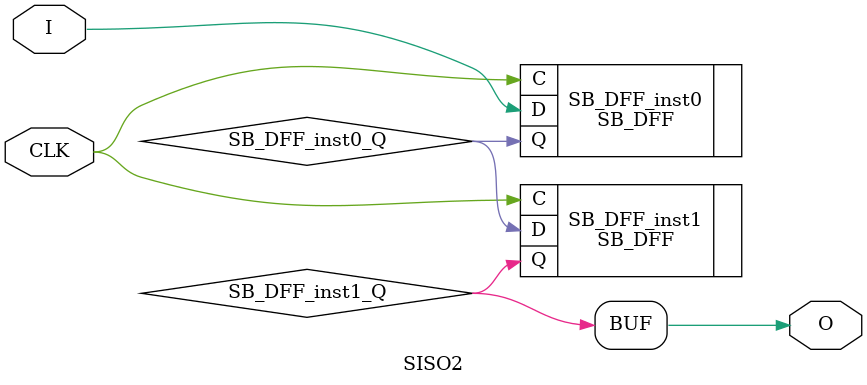
<source format=v>
module SISO2 (input  I, output  O, input  CLK);
wire  SB_DFF_inst0_Q;
wire  SB_DFF_inst1_Q;
SB_DFF SB_DFF_inst0 (.C(CLK), .D(I), .Q(SB_DFF_inst0_Q));
SB_DFF SB_DFF_inst1 (.C(CLK), .D(SB_DFF_inst0_Q), .Q(SB_DFF_inst1_Q));
assign O = SB_DFF_inst1_Q;
endmodule


</source>
